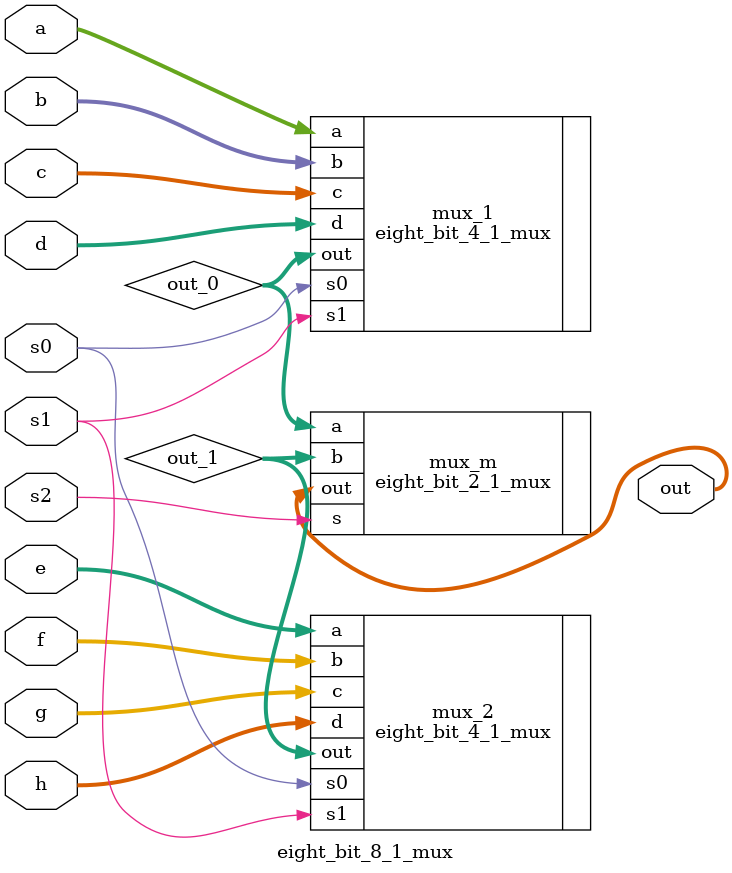
<source format=v>
`timescale 1ns / 1ps

module eight_bit_8_1_mux (a, b, c, d, e, f, g, h, s0, s1, s2, out);

	// I/O Declaration
	input [7:0] a, b, c, d, e, f, g, h;
	input s0, s1, s2;	
	output [7:0] out;

	// Wire Declaration
	wire [7:0] out_0, out_1;

	// Instantiation
	eight_bit_4_1_mux mux_1 (.a(a), .b(b), .c(c), .d(d), .s0(s0), .s1(s1), .out(out_0));
	eight_bit_4_1_mux mux_2 (.a(e), .b(f), .c(g), .d(h), .s0(s0), .s1(s1), .out(out_1));
	eight_bit_2_1_mux mux_m (.a(out_0), .b(out_1), .s(s2), .out(out));
	
endmodule
</source>
